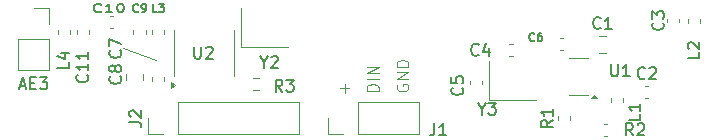
<source format=gbr>
%TF.GenerationSoftware,KiCad,Pcbnew,8.0.0-1.fc39*%
%TF.CreationDate,2024-05-22T19:24:41+02:00*%
%TF.ProjectId,radio433,72616469-6f34-4333-932e-6b696361645f,rev?*%
%TF.SameCoordinates,Original*%
%TF.FileFunction,Legend,Top*%
%TF.FilePolarity,Positive*%
%FSLAX46Y46*%
G04 Gerber Fmt 4.6, Leading zero omitted, Abs format (unit mm)*
G04 Created by KiCad (PCBNEW 8.0.0-1.fc39) date 2024-05-22 19:24:41*
%MOMM*%
%LPD*%
G01*
G04 APERTURE LIST*
%ADD10C,0.100000*%
%ADD11C,0.150000*%
%ADD12C,0.120000*%
G04 APERTURE END LIST*
D10*
X207400000Y-97600000D02*
X210200000Y-98600000D01*
X230610038Y-100672306D02*
X230562419Y-100767544D01*
X230562419Y-100767544D02*
X230562419Y-100910401D01*
X230562419Y-100910401D02*
X230610038Y-101053258D01*
X230610038Y-101053258D02*
X230705276Y-101148496D01*
X230705276Y-101148496D02*
X230800514Y-101196115D01*
X230800514Y-101196115D02*
X230990990Y-101243734D01*
X230990990Y-101243734D02*
X231133847Y-101243734D01*
X231133847Y-101243734D02*
X231324323Y-101196115D01*
X231324323Y-101196115D02*
X231419561Y-101148496D01*
X231419561Y-101148496D02*
X231514800Y-101053258D01*
X231514800Y-101053258D02*
X231562419Y-100910401D01*
X231562419Y-100910401D02*
X231562419Y-100815163D01*
X231562419Y-100815163D02*
X231514800Y-100672306D01*
X231514800Y-100672306D02*
X231467180Y-100624687D01*
X231467180Y-100624687D02*
X231133847Y-100624687D01*
X231133847Y-100624687D02*
X231133847Y-100815163D01*
X231562419Y-100196115D02*
X230562419Y-100196115D01*
X230562419Y-100196115D02*
X231562419Y-99624687D01*
X231562419Y-99624687D02*
X230562419Y-99624687D01*
X231562419Y-99148496D02*
X230562419Y-99148496D01*
X230562419Y-99148496D02*
X230562419Y-98910401D01*
X230562419Y-98910401D02*
X230610038Y-98767544D01*
X230610038Y-98767544D02*
X230705276Y-98672306D01*
X230705276Y-98672306D02*
X230800514Y-98624687D01*
X230800514Y-98624687D02*
X230990990Y-98577068D01*
X230990990Y-98577068D02*
X231133847Y-98577068D01*
X231133847Y-98577068D02*
X231324323Y-98624687D01*
X231324323Y-98624687D02*
X231419561Y-98672306D01*
X231419561Y-98672306D02*
X231514800Y-98767544D01*
X231514800Y-98767544D02*
X231562419Y-98910401D01*
X231562419Y-98910401D02*
X231562419Y-99148496D01*
X229042419Y-101196115D02*
X228042419Y-101196115D01*
X228042419Y-101196115D02*
X228042419Y-100958020D01*
X228042419Y-100958020D02*
X228090038Y-100815163D01*
X228090038Y-100815163D02*
X228185276Y-100719925D01*
X228185276Y-100719925D02*
X228280514Y-100672306D01*
X228280514Y-100672306D02*
X228470990Y-100624687D01*
X228470990Y-100624687D02*
X228613847Y-100624687D01*
X228613847Y-100624687D02*
X228804323Y-100672306D01*
X228804323Y-100672306D02*
X228899561Y-100719925D01*
X228899561Y-100719925D02*
X228994800Y-100815163D01*
X228994800Y-100815163D02*
X229042419Y-100958020D01*
X229042419Y-100958020D02*
X229042419Y-101196115D01*
X229042419Y-100196115D02*
X228042419Y-100196115D01*
X229042419Y-99719925D02*
X228042419Y-99719925D01*
X228042419Y-99719925D02*
X229042419Y-99148497D01*
X229042419Y-99148497D02*
X228042419Y-99148497D01*
X225803884Y-100991466D02*
X226565789Y-100991466D01*
X226184836Y-101372419D02*
X226184836Y-100610514D01*
D11*
X219323809Y-98778628D02*
X219323809Y-99254819D01*
X218990476Y-98254819D02*
X219323809Y-98778628D01*
X219323809Y-98778628D02*
X219657142Y-98254819D01*
X219942857Y-98350057D02*
X219990476Y-98302438D01*
X219990476Y-98302438D02*
X220085714Y-98254819D01*
X220085714Y-98254819D02*
X220323809Y-98254819D01*
X220323809Y-98254819D02*
X220419047Y-98302438D01*
X220419047Y-98302438D02*
X220466666Y-98350057D01*
X220466666Y-98350057D02*
X220514285Y-98445295D01*
X220514285Y-98445295D02*
X220514285Y-98540533D01*
X220514285Y-98540533D02*
X220466666Y-98683390D01*
X220466666Y-98683390D02*
X219895238Y-99254819D01*
X219895238Y-99254819D02*
X220514285Y-99254819D01*
X198658333Y-100769104D02*
X199134523Y-100769104D01*
X198563095Y-101054819D02*
X198896428Y-100054819D01*
X198896428Y-100054819D02*
X199229761Y-101054819D01*
X199563095Y-100531009D02*
X199896428Y-100531009D01*
X200039285Y-101054819D02*
X199563095Y-101054819D01*
X199563095Y-101054819D02*
X199563095Y-100054819D01*
X199563095Y-100054819D02*
X200039285Y-100054819D01*
X200372619Y-100054819D02*
X200991666Y-100054819D01*
X200991666Y-100054819D02*
X200658333Y-100435771D01*
X200658333Y-100435771D02*
X200801190Y-100435771D01*
X200801190Y-100435771D02*
X200896428Y-100483390D01*
X200896428Y-100483390D02*
X200944047Y-100531009D01*
X200944047Y-100531009D02*
X200991666Y-100626247D01*
X200991666Y-100626247D02*
X200991666Y-100864342D01*
X200991666Y-100864342D02*
X200944047Y-100959580D01*
X200944047Y-100959580D02*
X200896428Y-101007200D01*
X200896428Y-101007200D02*
X200801190Y-101054819D01*
X200801190Y-101054819D02*
X200515476Y-101054819D01*
X200515476Y-101054819D02*
X200420238Y-101007200D01*
X200420238Y-101007200D02*
X200372619Y-100959580D01*
X213438095Y-97454819D02*
X213438095Y-98264342D01*
X213438095Y-98264342D02*
X213485714Y-98359580D01*
X213485714Y-98359580D02*
X213533333Y-98407200D01*
X213533333Y-98407200D02*
X213628571Y-98454819D01*
X213628571Y-98454819D02*
X213819047Y-98454819D01*
X213819047Y-98454819D02*
X213914285Y-98407200D01*
X213914285Y-98407200D02*
X213961904Y-98359580D01*
X213961904Y-98359580D02*
X214009523Y-98264342D01*
X214009523Y-98264342D02*
X214009523Y-97454819D01*
X214438095Y-97550057D02*
X214485714Y-97502438D01*
X214485714Y-97502438D02*
X214580952Y-97454819D01*
X214580952Y-97454819D02*
X214819047Y-97454819D01*
X214819047Y-97454819D02*
X214914285Y-97502438D01*
X214914285Y-97502438D02*
X214961904Y-97550057D01*
X214961904Y-97550057D02*
X215009523Y-97645295D01*
X215009523Y-97645295D02*
X215009523Y-97740533D01*
X215009523Y-97740533D02*
X214961904Y-97883390D01*
X214961904Y-97883390D02*
X214390476Y-98454819D01*
X214390476Y-98454819D02*
X215009523Y-98454819D01*
X220898333Y-101254819D02*
X220565000Y-100778628D01*
X220326905Y-101254819D02*
X220326905Y-100254819D01*
X220326905Y-100254819D02*
X220707857Y-100254819D01*
X220707857Y-100254819D02*
X220803095Y-100302438D01*
X220803095Y-100302438D02*
X220850714Y-100350057D01*
X220850714Y-100350057D02*
X220898333Y-100445295D01*
X220898333Y-100445295D02*
X220898333Y-100588152D01*
X220898333Y-100588152D02*
X220850714Y-100683390D01*
X220850714Y-100683390D02*
X220803095Y-100731009D01*
X220803095Y-100731009D02*
X220707857Y-100778628D01*
X220707857Y-100778628D02*
X220326905Y-100778628D01*
X221231667Y-100254819D02*
X221850714Y-100254819D01*
X221850714Y-100254819D02*
X221517381Y-100635771D01*
X221517381Y-100635771D02*
X221660238Y-100635771D01*
X221660238Y-100635771D02*
X221755476Y-100683390D01*
X221755476Y-100683390D02*
X221803095Y-100731009D01*
X221803095Y-100731009D02*
X221850714Y-100826247D01*
X221850714Y-100826247D02*
X221850714Y-101064342D01*
X221850714Y-101064342D02*
X221803095Y-101159580D01*
X221803095Y-101159580D02*
X221755476Y-101207200D01*
X221755476Y-101207200D02*
X221660238Y-101254819D01*
X221660238Y-101254819D02*
X221374524Y-101254819D01*
X221374524Y-101254819D02*
X221279286Y-101207200D01*
X221279286Y-101207200D02*
X221231667Y-101159580D01*
X202854819Y-98766666D02*
X202854819Y-99242856D01*
X202854819Y-99242856D02*
X201854819Y-99242856D01*
X202188152Y-98004761D02*
X202854819Y-98004761D01*
X201807200Y-98242856D02*
X202521485Y-98480951D01*
X202521485Y-98480951D02*
X202521485Y-97861904D01*
X210283333Y-94516033D02*
X209949999Y-94516033D01*
X209949999Y-94516033D02*
X209949999Y-93816033D01*
X210450000Y-93816033D02*
X210883333Y-93816033D01*
X210883333Y-93816033D02*
X210650000Y-94082700D01*
X210650000Y-94082700D02*
X210750000Y-94082700D01*
X210750000Y-94082700D02*
X210816666Y-94116033D01*
X210816666Y-94116033D02*
X210850000Y-94149366D01*
X210850000Y-94149366D02*
X210883333Y-94216033D01*
X210883333Y-94216033D02*
X210883333Y-94382700D01*
X210883333Y-94382700D02*
X210850000Y-94449366D01*
X210850000Y-94449366D02*
X210816666Y-94482700D01*
X210816666Y-94482700D02*
X210750000Y-94516033D01*
X210750000Y-94516033D02*
X210550000Y-94516033D01*
X210550000Y-94516033D02*
X210483333Y-94482700D01*
X210483333Y-94482700D02*
X210450000Y-94449366D01*
X207944819Y-103833333D02*
X208659104Y-103833333D01*
X208659104Y-103833333D02*
X208801961Y-103880952D01*
X208801961Y-103880952D02*
X208897200Y-103976190D01*
X208897200Y-103976190D02*
X208944819Y-104119047D01*
X208944819Y-104119047D02*
X208944819Y-104214285D01*
X208040057Y-103404761D02*
X207992438Y-103357142D01*
X207992438Y-103357142D02*
X207944819Y-103261904D01*
X207944819Y-103261904D02*
X207944819Y-103023809D01*
X207944819Y-103023809D02*
X207992438Y-102928571D01*
X207992438Y-102928571D02*
X208040057Y-102880952D01*
X208040057Y-102880952D02*
X208135295Y-102833333D01*
X208135295Y-102833333D02*
X208230533Y-102833333D01*
X208230533Y-102833333D02*
X208373390Y-102880952D01*
X208373390Y-102880952D02*
X208944819Y-103452380D01*
X208944819Y-103452380D02*
X208944819Y-102833333D01*
X204359580Y-99842857D02*
X204407200Y-99890476D01*
X204407200Y-99890476D02*
X204454819Y-100033333D01*
X204454819Y-100033333D02*
X204454819Y-100128571D01*
X204454819Y-100128571D02*
X204407200Y-100271428D01*
X204407200Y-100271428D02*
X204311961Y-100366666D01*
X204311961Y-100366666D02*
X204216723Y-100414285D01*
X204216723Y-100414285D02*
X204026247Y-100461904D01*
X204026247Y-100461904D02*
X203883390Y-100461904D01*
X203883390Y-100461904D02*
X203692914Y-100414285D01*
X203692914Y-100414285D02*
X203597676Y-100366666D01*
X203597676Y-100366666D02*
X203502438Y-100271428D01*
X203502438Y-100271428D02*
X203454819Y-100128571D01*
X203454819Y-100128571D02*
X203454819Y-100033333D01*
X203454819Y-100033333D02*
X203502438Y-99890476D01*
X203502438Y-99890476D02*
X203550057Y-99842857D01*
X204454819Y-98890476D02*
X204454819Y-99461904D01*
X204454819Y-99176190D02*
X203454819Y-99176190D01*
X203454819Y-99176190D02*
X203597676Y-99271428D01*
X203597676Y-99271428D02*
X203692914Y-99366666D01*
X203692914Y-99366666D02*
X203740533Y-99461904D01*
X204454819Y-97938095D02*
X204454819Y-98509523D01*
X204454819Y-98223809D02*
X203454819Y-98223809D01*
X203454819Y-98223809D02*
X203597676Y-98319047D01*
X203597676Y-98319047D02*
X203692914Y-98414285D01*
X203692914Y-98414285D02*
X203740533Y-98509523D01*
X205557142Y-94449366D02*
X205509523Y-94482700D01*
X205509523Y-94482700D02*
X205366666Y-94516033D01*
X205366666Y-94516033D02*
X205271428Y-94516033D01*
X205271428Y-94516033D02*
X205128571Y-94482700D01*
X205128571Y-94482700D02*
X205033333Y-94416033D01*
X205033333Y-94416033D02*
X204985714Y-94349366D01*
X204985714Y-94349366D02*
X204938095Y-94216033D01*
X204938095Y-94216033D02*
X204938095Y-94116033D01*
X204938095Y-94116033D02*
X204985714Y-93982700D01*
X204985714Y-93982700D02*
X205033333Y-93916033D01*
X205033333Y-93916033D02*
X205128571Y-93849366D01*
X205128571Y-93849366D02*
X205271428Y-93816033D01*
X205271428Y-93816033D02*
X205366666Y-93816033D01*
X205366666Y-93816033D02*
X205509523Y-93849366D01*
X205509523Y-93849366D02*
X205557142Y-93882700D01*
X206509523Y-94516033D02*
X205938095Y-94516033D01*
X206223809Y-94516033D02*
X206223809Y-93816033D01*
X206223809Y-93816033D02*
X206128571Y-93916033D01*
X206128571Y-93916033D02*
X206033333Y-93982700D01*
X206033333Y-93982700D02*
X205938095Y-94016033D01*
X207128571Y-93816033D02*
X207223809Y-93816033D01*
X207223809Y-93816033D02*
X207319047Y-93849366D01*
X207319047Y-93849366D02*
X207366666Y-93882700D01*
X207366666Y-93882700D02*
X207414285Y-93949366D01*
X207414285Y-93949366D02*
X207461904Y-94082700D01*
X207461904Y-94082700D02*
X207461904Y-94249366D01*
X207461904Y-94249366D02*
X207414285Y-94382700D01*
X207414285Y-94382700D02*
X207366666Y-94449366D01*
X207366666Y-94449366D02*
X207319047Y-94482700D01*
X207319047Y-94482700D02*
X207223809Y-94516033D01*
X207223809Y-94516033D02*
X207128571Y-94516033D01*
X207128571Y-94516033D02*
X207033333Y-94482700D01*
X207033333Y-94482700D02*
X206985714Y-94449366D01*
X206985714Y-94449366D02*
X206938095Y-94382700D01*
X206938095Y-94382700D02*
X206890476Y-94249366D01*
X206890476Y-94249366D02*
X206890476Y-94082700D01*
X206890476Y-94082700D02*
X206938095Y-93949366D01*
X206938095Y-93949366D02*
X206985714Y-93882700D01*
X206985714Y-93882700D02*
X207033333Y-93849366D01*
X207033333Y-93849366D02*
X207128571Y-93816033D01*
X208683334Y-94449365D02*
X208650001Y-94482699D01*
X208650001Y-94482699D02*
X208550001Y-94516032D01*
X208550001Y-94516032D02*
X208483334Y-94516032D01*
X208483334Y-94516032D02*
X208383334Y-94482699D01*
X208383334Y-94482699D02*
X208316668Y-94416032D01*
X208316668Y-94416032D02*
X208283334Y-94349365D01*
X208283334Y-94349365D02*
X208250001Y-94216032D01*
X208250001Y-94216032D02*
X208250001Y-94116032D01*
X208250001Y-94116032D02*
X208283334Y-93982699D01*
X208283334Y-93982699D02*
X208316668Y-93916032D01*
X208316668Y-93916032D02*
X208383334Y-93849365D01*
X208383334Y-93849365D02*
X208483334Y-93816032D01*
X208483334Y-93816032D02*
X208550001Y-93816032D01*
X208550001Y-93816032D02*
X208650001Y-93849365D01*
X208650001Y-93849365D02*
X208683334Y-93882699D01*
X209016668Y-94516032D02*
X209150001Y-94516032D01*
X209150001Y-94516032D02*
X209216668Y-94482699D01*
X209216668Y-94482699D02*
X209250001Y-94449365D01*
X209250001Y-94449365D02*
X209316668Y-94349365D01*
X209316668Y-94349365D02*
X209350001Y-94216032D01*
X209350001Y-94216032D02*
X209350001Y-93949365D01*
X209350001Y-93949365D02*
X209316668Y-93882699D01*
X209316668Y-93882699D02*
X209283334Y-93849365D01*
X209283334Y-93849365D02*
X209216668Y-93816032D01*
X209216668Y-93816032D02*
X209083334Y-93816032D01*
X209083334Y-93816032D02*
X209016668Y-93849365D01*
X209016668Y-93849365D02*
X208983334Y-93882699D01*
X208983334Y-93882699D02*
X208950001Y-93949365D01*
X208950001Y-93949365D02*
X208950001Y-94116032D01*
X208950001Y-94116032D02*
X208983334Y-94182699D01*
X208983334Y-94182699D02*
X209016668Y-94216032D01*
X209016668Y-94216032D02*
X209083334Y-94249365D01*
X209083334Y-94249365D02*
X209216668Y-94249365D01*
X209216668Y-94249365D02*
X209283334Y-94216032D01*
X209283334Y-94216032D02*
X209316668Y-94182699D01*
X209316668Y-94182699D02*
X209350001Y-94116032D01*
X207159580Y-99966666D02*
X207207200Y-100014285D01*
X207207200Y-100014285D02*
X207254819Y-100157142D01*
X207254819Y-100157142D02*
X207254819Y-100252380D01*
X207254819Y-100252380D02*
X207207200Y-100395237D01*
X207207200Y-100395237D02*
X207111961Y-100490475D01*
X207111961Y-100490475D02*
X207016723Y-100538094D01*
X207016723Y-100538094D02*
X206826247Y-100585713D01*
X206826247Y-100585713D02*
X206683390Y-100585713D01*
X206683390Y-100585713D02*
X206492914Y-100538094D01*
X206492914Y-100538094D02*
X206397676Y-100490475D01*
X206397676Y-100490475D02*
X206302438Y-100395237D01*
X206302438Y-100395237D02*
X206254819Y-100252380D01*
X206254819Y-100252380D02*
X206254819Y-100157142D01*
X206254819Y-100157142D02*
X206302438Y-100014285D01*
X206302438Y-100014285D02*
X206350057Y-99966666D01*
X206683390Y-99395237D02*
X206635771Y-99490475D01*
X206635771Y-99490475D02*
X206588152Y-99538094D01*
X206588152Y-99538094D02*
X206492914Y-99585713D01*
X206492914Y-99585713D02*
X206445295Y-99585713D01*
X206445295Y-99585713D02*
X206350057Y-99538094D01*
X206350057Y-99538094D02*
X206302438Y-99490475D01*
X206302438Y-99490475D02*
X206254819Y-99395237D01*
X206254819Y-99395237D02*
X206254819Y-99204761D01*
X206254819Y-99204761D02*
X206302438Y-99109523D01*
X206302438Y-99109523D02*
X206350057Y-99061904D01*
X206350057Y-99061904D02*
X206445295Y-99014285D01*
X206445295Y-99014285D02*
X206492914Y-99014285D01*
X206492914Y-99014285D02*
X206588152Y-99061904D01*
X206588152Y-99061904D02*
X206635771Y-99109523D01*
X206635771Y-99109523D02*
X206683390Y-99204761D01*
X206683390Y-99204761D02*
X206683390Y-99395237D01*
X206683390Y-99395237D02*
X206731009Y-99490475D01*
X206731009Y-99490475D02*
X206778628Y-99538094D01*
X206778628Y-99538094D02*
X206873866Y-99585713D01*
X206873866Y-99585713D02*
X207064342Y-99585713D01*
X207064342Y-99585713D02*
X207159580Y-99538094D01*
X207159580Y-99538094D02*
X207207200Y-99490475D01*
X207207200Y-99490475D02*
X207254819Y-99395237D01*
X207254819Y-99395237D02*
X207254819Y-99204761D01*
X207254819Y-99204761D02*
X207207200Y-99109523D01*
X207207200Y-99109523D02*
X207159580Y-99061904D01*
X207159580Y-99061904D02*
X207064342Y-99014285D01*
X207064342Y-99014285D02*
X206873866Y-99014285D01*
X206873866Y-99014285D02*
X206778628Y-99061904D01*
X206778628Y-99061904D02*
X206731009Y-99109523D01*
X206731009Y-99109523D02*
X206683390Y-99204761D01*
X207159580Y-97766666D02*
X207207200Y-97814285D01*
X207207200Y-97814285D02*
X207254819Y-97957142D01*
X207254819Y-97957142D02*
X207254819Y-98052380D01*
X207254819Y-98052380D02*
X207207200Y-98195237D01*
X207207200Y-98195237D02*
X207111961Y-98290475D01*
X207111961Y-98290475D02*
X207016723Y-98338094D01*
X207016723Y-98338094D02*
X206826247Y-98385713D01*
X206826247Y-98385713D02*
X206683390Y-98385713D01*
X206683390Y-98385713D02*
X206492914Y-98338094D01*
X206492914Y-98338094D02*
X206397676Y-98290475D01*
X206397676Y-98290475D02*
X206302438Y-98195237D01*
X206302438Y-98195237D02*
X206254819Y-98052380D01*
X206254819Y-98052380D02*
X206254819Y-97957142D01*
X206254819Y-97957142D02*
X206302438Y-97814285D01*
X206302438Y-97814285D02*
X206350057Y-97766666D01*
X206254819Y-97433332D02*
X206254819Y-96766666D01*
X206254819Y-96766666D02*
X207254819Y-97195237D01*
X253109580Y-95416666D02*
X253157200Y-95464285D01*
X253157200Y-95464285D02*
X253204819Y-95607142D01*
X253204819Y-95607142D02*
X253204819Y-95702380D01*
X253204819Y-95702380D02*
X253157200Y-95845237D01*
X253157200Y-95845237D02*
X253061961Y-95940475D01*
X253061961Y-95940475D02*
X252966723Y-95988094D01*
X252966723Y-95988094D02*
X252776247Y-96035713D01*
X252776247Y-96035713D02*
X252633390Y-96035713D01*
X252633390Y-96035713D02*
X252442914Y-95988094D01*
X252442914Y-95988094D02*
X252347676Y-95940475D01*
X252347676Y-95940475D02*
X252252438Y-95845237D01*
X252252438Y-95845237D02*
X252204819Y-95702380D01*
X252204819Y-95702380D02*
X252204819Y-95607142D01*
X252204819Y-95607142D02*
X252252438Y-95464285D01*
X252252438Y-95464285D02*
X252300057Y-95416666D01*
X252204819Y-95083332D02*
X252204819Y-94464285D01*
X252204819Y-94464285D02*
X252585771Y-94797618D01*
X252585771Y-94797618D02*
X252585771Y-94654761D01*
X252585771Y-94654761D02*
X252633390Y-94559523D01*
X252633390Y-94559523D02*
X252681009Y-94511904D01*
X252681009Y-94511904D02*
X252776247Y-94464285D01*
X252776247Y-94464285D02*
X253014342Y-94464285D01*
X253014342Y-94464285D02*
X253109580Y-94511904D01*
X253109580Y-94511904D02*
X253157200Y-94559523D01*
X253157200Y-94559523D02*
X253204819Y-94654761D01*
X253204819Y-94654761D02*
X253204819Y-94940475D01*
X253204819Y-94940475D02*
X253157200Y-95035713D01*
X253157200Y-95035713D02*
X253109580Y-95083332D01*
X237773809Y-102728628D02*
X237773809Y-103204819D01*
X237440476Y-102204819D02*
X237773809Y-102728628D01*
X237773809Y-102728628D02*
X238107142Y-102204819D01*
X238345238Y-102204819D02*
X238964285Y-102204819D01*
X238964285Y-102204819D02*
X238630952Y-102585771D01*
X238630952Y-102585771D02*
X238773809Y-102585771D01*
X238773809Y-102585771D02*
X238869047Y-102633390D01*
X238869047Y-102633390D02*
X238916666Y-102681009D01*
X238916666Y-102681009D02*
X238964285Y-102776247D01*
X238964285Y-102776247D02*
X238964285Y-103014342D01*
X238964285Y-103014342D02*
X238916666Y-103109580D01*
X238916666Y-103109580D02*
X238869047Y-103157200D01*
X238869047Y-103157200D02*
X238773809Y-103204819D01*
X238773809Y-103204819D02*
X238488095Y-103204819D01*
X238488095Y-103204819D02*
X238392857Y-103157200D01*
X238392857Y-103157200D02*
X238345238Y-103109580D01*
X242233333Y-96919366D02*
X242200000Y-96952700D01*
X242200000Y-96952700D02*
X242100000Y-96986033D01*
X242100000Y-96986033D02*
X242033333Y-96986033D01*
X242033333Y-96986033D02*
X241933333Y-96952700D01*
X241933333Y-96952700D02*
X241866667Y-96886033D01*
X241866667Y-96886033D02*
X241833333Y-96819366D01*
X241833333Y-96819366D02*
X241800000Y-96686033D01*
X241800000Y-96686033D02*
X241800000Y-96586033D01*
X241800000Y-96586033D02*
X241833333Y-96452700D01*
X241833333Y-96452700D02*
X241866667Y-96386033D01*
X241866667Y-96386033D02*
X241933333Y-96319366D01*
X241933333Y-96319366D02*
X242033333Y-96286033D01*
X242033333Y-96286033D02*
X242100000Y-96286033D01*
X242100000Y-96286033D02*
X242200000Y-96319366D01*
X242200000Y-96319366D02*
X242233333Y-96352700D01*
X242833333Y-96286033D02*
X242700000Y-96286033D01*
X242700000Y-96286033D02*
X242633333Y-96319366D01*
X242633333Y-96319366D02*
X242600000Y-96352700D01*
X242600000Y-96352700D02*
X242533333Y-96452700D01*
X242533333Y-96452700D02*
X242500000Y-96586033D01*
X242500000Y-96586033D02*
X242500000Y-96852700D01*
X242500000Y-96852700D02*
X242533333Y-96919366D01*
X242533333Y-96919366D02*
X242566667Y-96952700D01*
X242566667Y-96952700D02*
X242633333Y-96986033D01*
X242633333Y-96986033D02*
X242766667Y-96986033D01*
X242766667Y-96986033D02*
X242833333Y-96952700D01*
X242833333Y-96952700D02*
X242866667Y-96919366D01*
X242866667Y-96919366D02*
X242900000Y-96852700D01*
X242900000Y-96852700D02*
X242900000Y-96686033D01*
X242900000Y-96686033D02*
X242866667Y-96619366D01*
X242866667Y-96619366D02*
X242833333Y-96586033D01*
X242833333Y-96586033D02*
X242766667Y-96552700D01*
X242766667Y-96552700D02*
X242633333Y-96552700D01*
X242633333Y-96552700D02*
X242566667Y-96586033D01*
X242566667Y-96586033D02*
X242533333Y-96619366D01*
X242533333Y-96619366D02*
X242500000Y-96686033D01*
X237503333Y-98119580D02*
X237455714Y-98167200D01*
X237455714Y-98167200D02*
X237312857Y-98214819D01*
X237312857Y-98214819D02*
X237217619Y-98214819D01*
X237217619Y-98214819D02*
X237074762Y-98167200D01*
X237074762Y-98167200D02*
X236979524Y-98071961D01*
X236979524Y-98071961D02*
X236931905Y-97976723D01*
X236931905Y-97976723D02*
X236884286Y-97786247D01*
X236884286Y-97786247D02*
X236884286Y-97643390D01*
X236884286Y-97643390D02*
X236931905Y-97452914D01*
X236931905Y-97452914D02*
X236979524Y-97357676D01*
X236979524Y-97357676D02*
X237074762Y-97262438D01*
X237074762Y-97262438D02*
X237217619Y-97214819D01*
X237217619Y-97214819D02*
X237312857Y-97214819D01*
X237312857Y-97214819D02*
X237455714Y-97262438D01*
X237455714Y-97262438D02*
X237503333Y-97310057D01*
X238360476Y-97548152D02*
X238360476Y-98214819D01*
X238122381Y-97167200D02*
X237884286Y-97881485D01*
X237884286Y-97881485D02*
X238503333Y-97881485D01*
X256204819Y-97916666D02*
X256204819Y-98392856D01*
X256204819Y-98392856D02*
X255204819Y-98392856D01*
X255300057Y-97630951D02*
X255252438Y-97583332D01*
X255252438Y-97583332D02*
X255204819Y-97488094D01*
X255204819Y-97488094D02*
X255204819Y-97249999D01*
X255204819Y-97249999D02*
X255252438Y-97154761D01*
X255252438Y-97154761D02*
X255300057Y-97107142D01*
X255300057Y-97107142D02*
X255395295Y-97059523D01*
X255395295Y-97059523D02*
X255490533Y-97059523D01*
X255490533Y-97059523D02*
X255633390Y-97107142D01*
X255633390Y-97107142D02*
X256204819Y-97678570D01*
X256204819Y-97678570D02*
X256204819Y-97059523D01*
X233766666Y-103954819D02*
X233766666Y-104669104D01*
X233766666Y-104669104D02*
X233719047Y-104811961D01*
X233719047Y-104811961D02*
X233623809Y-104907200D01*
X233623809Y-104907200D02*
X233480952Y-104954819D01*
X233480952Y-104954819D02*
X233385714Y-104954819D01*
X234766666Y-104954819D02*
X234195238Y-104954819D01*
X234480952Y-104954819D02*
X234480952Y-103954819D01*
X234480952Y-103954819D02*
X234385714Y-104097676D01*
X234385714Y-104097676D02*
X234290476Y-104192914D01*
X234290476Y-104192914D02*
X234195238Y-104240533D01*
X248738095Y-98954819D02*
X248738095Y-99764342D01*
X248738095Y-99764342D02*
X248785714Y-99859580D01*
X248785714Y-99859580D02*
X248833333Y-99907200D01*
X248833333Y-99907200D02*
X248928571Y-99954819D01*
X248928571Y-99954819D02*
X249119047Y-99954819D01*
X249119047Y-99954819D02*
X249214285Y-99907200D01*
X249214285Y-99907200D02*
X249261904Y-99859580D01*
X249261904Y-99859580D02*
X249309523Y-99764342D01*
X249309523Y-99764342D02*
X249309523Y-98954819D01*
X250309523Y-99954819D02*
X249738095Y-99954819D01*
X250023809Y-99954819D02*
X250023809Y-98954819D01*
X250023809Y-98954819D02*
X249928571Y-99097676D01*
X249928571Y-99097676D02*
X249833333Y-99192914D01*
X249833333Y-99192914D02*
X249738095Y-99240533D01*
X236109580Y-100916666D02*
X236157200Y-100964285D01*
X236157200Y-100964285D02*
X236204819Y-101107142D01*
X236204819Y-101107142D02*
X236204819Y-101202380D01*
X236204819Y-101202380D02*
X236157200Y-101345237D01*
X236157200Y-101345237D02*
X236061961Y-101440475D01*
X236061961Y-101440475D02*
X235966723Y-101488094D01*
X235966723Y-101488094D02*
X235776247Y-101535713D01*
X235776247Y-101535713D02*
X235633390Y-101535713D01*
X235633390Y-101535713D02*
X235442914Y-101488094D01*
X235442914Y-101488094D02*
X235347676Y-101440475D01*
X235347676Y-101440475D02*
X235252438Y-101345237D01*
X235252438Y-101345237D02*
X235204819Y-101202380D01*
X235204819Y-101202380D02*
X235204819Y-101107142D01*
X235204819Y-101107142D02*
X235252438Y-100964285D01*
X235252438Y-100964285D02*
X235300057Y-100916666D01*
X235204819Y-100011904D02*
X235204819Y-100488094D01*
X235204819Y-100488094D02*
X235681009Y-100535713D01*
X235681009Y-100535713D02*
X235633390Y-100488094D01*
X235633390Y-100488094D02*
X235585771Y-100392856D01*
X235585771Y-100392856D02*
X235585771Y-100154761D01*
X235585771Y-100154761D02*
X235633390Y-100059523D01*
X235633390Y-100059523D02*
X235681009Y-100011904D01*
X235681009Y-100011904D02*
X235776247Y-99964285D01*
X235776247Y-99964285D02*
X236014342Y-99964285D01*
X236014342Y-99964285D02*
X236109580Y-100011904D01*
X236109580Y-100011904D02*
X236157200Y-100059523D01*
X236157200Y-100059523D02*
X236204819Y-100154761D01*
X236204819Y-100154761D02*
X236204819Y-100392856D01*
X236204819Y-100392856D02*
X236157200Y-100488094D01*
X236157200Y-100488094D02*
X236109580Y-100535713D01*
X250583333Y-104954819D02*
X250250000Y-104478628D01*
X250011905Y-104954819D02*
X250011905Y-103954819D01*
X250011905Y-103954819D02*
X250392857Y-103954819D01*
X250392857Y-103954819D02*
X250488095Y-104002438D01*
X250488095Y-104002438D02*
X250535714Y-104050057D01*
X250535714Y-104050057D02*
X250583333Y-104145295D01*
X250583333Y-104145295D02*
X250583333Y-104288152D01*
X250583333Y-104288152D02*
X250535714Y-104383390D01*
X250535714Y-104383390D02*
X250488095Y-104431009D01*
X250488095Y-104431009D02*
X250392857Y-104478628D01*
X250392857Y-104478628D02*
X250011905Y-104478628D01*
X250964286Y-104050057D02*
X251011905Y-104002438D01*
X251011905Y-104002438D02*
X251107143Y-103954819D01*
X251107143Y-103954819D02*
X251345238Y-103954819D01*
X251345238Y-103954819D02*
X251440476Y-104002438D01*
X251440476Y-104002438D02*
X251488095Y-104050057D01*
X251488095Y-104050057D02*
X251535714Y-104145295D01*
X251535714Y-104145295D02*
X251535714Y-104240533D01*
X251535714Y-104240533D02*
X251488095Y-104383390D01*
X251488095Y-104383390D02*
X250916667Y-104954819D01*
X250916667Y-104954819D02*
X251535714Y-104954819D01*
X251204819Y-103166666D02*
X251204819Y-103642856D01*
X251204819Y-103642856D02*
X250204819Y-103642856D01*
X251204819Y-102309523D02*
X251204819Y-102880951D01*
X251204819Y-102595237D02*
X250204819Y-102595237D01*
X250204819Y-102595237D02*
X250347676Y-102690475D01*
X250347676Y-102690475D02*
X250442914Y-102785713D01*
X250442914Y-102785713D02*
X250490533Y-102880951D01*
X251583333Y-100109580D02*
X251535714Y-100157200D01*
X251535714Y-100157200D02*
X251392857Y-100204819D01*
X251392857Y-100204819D02*
X251297619Y-100204819D01*
X251297619Y-100204819D02*
X251154762Y-100157200D01*
X251154762Y-100157200D02*
X251059524Y-100061961D01*
X251059524Y-100061961D02*
X251011905Y-99966723D01*
X251011905Y-99966723D02*
X250964286Y-99776247D01*
X250964286Y-99776247D02*
X250964286Y-99633390D01*
X250964286Y-99633390D02*
X251011905Y-99442914D01*
X251011905Y-99442914D02*
X251059524Y-99347676D01*
X251059524Y-99347676D02*
X251154762Y-99252438D01*
X251154762Y-99252438D02*
X251297619Y-99204819D01*
X251297619Y-99204819D02*
X251392857Y-99204819D01*
X251392857Y-99204819D02*
X251535714Y-99252438D01*
X251535714Y-99252438D02*
X251583333Y-99300057D01*
X251964286Y-99300057D02*
X252011905Y-99252438D01*
X252011905Y-99252438D02*
X252107143Y-99204819D01*
X252107143Y-99204819D02*
X252345238Y-99204819D01*
X252345238Y-99204819D02*
X252440476Y-99252438D01*
X252440476Y-99252438D02*
X252488095Y-99300057D01*
X252488095Y-99300057D02*
X252535714Y-99395295D01*
X252535714Y-99395295D02*
X252535714Y-99490533D01*
X252535714Y-99490533D02*
X252488095Y-99633390D01*
X252488095Y-99633390D02*
X251916667Y-100204819D01*
X251916667Y-100204819D02*
X252535714Y-100204819D01*
X243774819Y-103666666D02*
X243298628Y-103999999D01*
X243774819Y-104238094D02*
X242774819Y-104238094D01*
X242774819Y-104238094D02*
X242774819Y-103857142D01*
X242774819Y-103857142D02*
X242822438Y-103761904D01*
X242822438Y-103761904D02*
X242870057Y-103714285D01*
X242870057Y-103714285D02*
X242965295Y-103666666D01*
X242965295Y-103666666D02*
X243108152Y-103666666D01*
X243108152Y-103666666D02*
X243203390Y-103714285D01*
X243203390Y-103714285D02*
X243251009Y-103761904D01*
X243251009Y-103761904D02*
X243298628Y-103857142D01*
X243298628Y-103857142D02*
X243298628Y-104238094D01*
X243774819Y-102714285D02*
X243774819Y-103285713D01*
X243774819Y-102999999D02*
X242774819Y-102999999D01*
X242774819Y-102999999D02*
X242917676Y-103095237D01*
X242917676Y-103095237D02*
X243012914Y-103190475D01*
X243012914Y-103190475D02*
X243060533Y-103285713D01*
X247833333Y-95859580D02*
X247785714Y-95907200D01*
X247785714Y-95907200D02*
X247642857Y-95954819D01*
X247642857Y-95954819D02*
X247547619Y-95954819D01*
X247547619Y-95954819D02*
X247404762Y-95907200D01*
X247404762Y-95907200D02*
X247309524Y-95811961D01*
X247309524Y-95811961D02*
X247261905Y-95716723D01*
X247261905Y-95716723D02*
X247214286Y-95526247D01*
X247214286Y-95526247D02*
X247214286Y-95383390D01*
X247214286Y-95383390D02*
X247261905Y-95192914D01*
X247261905Y-95192914D02*
X247309524Y-95097676D01*
X247309524Y-95097676D02*
X247404762Y-95002438D01*
X247404762Y-95002438D02*
X247547619Y-94954819D01*
X247547619Y-94954819D02*
X247642857Y-94954819D01*
X247642857Y-94954819D02*
X247785714Y-95002438D01*
X247785714Y-95002438D02*
X247833333Y-95050057D01*
X248785714Y-95954819D02*
X248214286Y-95954819D01*
X248500000Y-95954819D02*
X248500000Y-94954819D01*
X248500000Y-94954819D02*
X248404762Y-95097676D01*
X248404762Y-95097676D02*
X248309524Y-95192914D01*
X248309524Y-95192914D02*
X248214286Y-95240533D01*
D12*
%TO.C,Y2*%
X217400000Y-94150000D02*
X217400000Y-97450000D01*
X217400000Y-97450000D02*
X221400000Y-97450000D01*
%TO.C,AE3*%
X198495000Y-96820000D02*
X198495000Y-99420000D01*
X198495000Y-96820000D02*
X201155000Y-96820000D01*
X198495000Y-99420000D02*
X201155000Y-99420000D01*
X199825000Y-94220000D02*
X201155000Y-94220000D01*
X201155000Y-94220000D02*
X201155000Y-95550000D01*
X201155000Y-96820000D02*
X201155000Y-99420000D01*
%TO.C,U2*%
X211705000Y-98000000D02*
X211705000Y-99950000D01*
X211705000Y-98000000D02*
X211705000Y-96050000D01*
X216825000Y-98000000D02*
X216825000Y-99950000D01*
X216825000Y-98000000D02*
X216825000Y-96050000D01*
X211800000Y-100700000D02*
X211470000Y-100940000D01*
X211470000Y-100460000D01*
X211800000Y-100700000D01*
G36*
X211800000Y-100700000D02*
G01*
X211470000Y-100940000D01*
X211470000Y-100460000D01*
X211800000Y-100700000D01*
G37*
%TO.C,R3*%
X218427742Y-100077500D02*
X218902258Y-100077500D01*
X218427742Y-101122500D02*
X218902258Y-101122500D01*
%TO.C,L4*%
X202922500Y-96037221D02*
X202922500Y-96362779D01*
X201902500Y-96037221D02*
X201902500Y-96362779D01*
%TO.C,L3*%
X210910000Y-96037221D02*
X210910000Y-96362779D01*
X209890000Y-96037221D02*
X209890000Y-96362779D01*
%TO.C,J2*%
X209490000Y-104830000D02*
X209490000Y-103500000D01*
X210820000Y-104830000D02*
X209490000Y-104830000D01*
X212090000Y-104830000D02*
X222310000Y-104830000D01*
X212090000Y-104830000D02*
X212090000Y-102170000D01*
X222310000Y-104830000D02*
X222310000Y-102170000D01*
X212090000Y-102170000D02*
X222310000Y-102170000D01*
%TO.C,C11*%
X204510000Y-96059420D02*
X204510000Y-96340580D01*
X203490000Y-96059420D02*
X203490000Y-96340580D01*
%TO.C,C10*%
X206284420Y-94890000D02*
X206565580Y-94890000D01*
X206284420Y-95910000D02*
X206565580Y-95910000D01*
%TO.C,C9*%
X209310000Y-96059420D02*
X209310000Y-96340580D01*
X208290000Y-96059420D02*
X208290000Y-96340580D01*
%TO.C,C8*%
X207665000Y-100261252D02*
X207665000Y-99738748D01*
X209135000Y-100261252D02*
X209135000Y-99738748D01*
%TO.C,C7*%
X210910000Y-100059420D02*
X210910000Y-100340580D01*
X209890000Y-100059420D02*
X209890000Y-100340580D01*
%TO.C,C3*%
X253490000Y-95109420D02*
X253490000Y-95390580D01*
X254510000Y-95109420D02*
X254510000Y-95390580D01*
%TO.C,Y3*%
X238350000Y-98700000D02*
X238350000Y-102000000D01*
X238350000Y-102000000D02*
X242350000Y-102000000D01*
%TO.C,C6*%
X244640580Y-96740000D02*
X244359420Y-96740000D01*
X244640580Y-97760000D02*
X244359420Y-97760000D01*
%TO.C,C4*%
X240109420Y-97240000D02*
X240390580Y-97240000D01*
X240109420Y-98260000D02*
X240390580Y-98260000D01*
%TO.C,L2*%
X255240000Y-95412779D02*
X255240000Y-95087221D01*
X256260000Y-95412779D02*
X256260000Y-95087221D01*
%TO.C,J1*%
X224730000Y-104830000D02*
X224730000Y-103500000D01*
X226060000Y-104830000D02*
X224730000Y-104830000D01*
X227330000Y-102170000D02*
X232470000Y-102170000D01*
X227330000Y-104830000D02*
X227330000Y-102170000D01*
X227330000Y-104830000D02*
X232470000Y-104830000D01*
X232470000Y-104830000D02*
X232470000Y-102170000D01*
%TO.C,U1*%
X246000000Y-98440000D02*
X245200000Y-98440000D01*
X246000000Y-98440000D02*
X246800000Y-98440000D01*
X246000000Y-101560000D02*
X245200000Y-101560000D01*
X246000000Y-101560000D02*
X246800000Y-101560000D01*
X247540000Y-101840000D02*
X247060000Y-101840000D01*
X247300000Y-101510000D01*
X247540000Y-101840000D01*
G36*
X247540000Y-101840000D02*
G01*
X247060000Y-101840000D01*
X247300000Y-101510000D01*
X247540000Y-101840000D01*
G37*
%TO.C,C5*%
X236740000Y-100359420D02*
X236740000Y-100640580D01*
X237760000Y-100359420D02*
X237760000Y-100640580D01*
%TO.C,R2*%
X248087221Y-103990000D02*
X248412779Y-103990000D01*
X248087221Y-105010000D02*
X248412779Y-105010000D01*
%TO.C,L1*%
X248702500Y-102162779D02*
X248702500Y-101837221D01*
X249722500Y-102162779D02*
X249722500Y-101837221D01*
%TO.C,C2*%
X251609420Y-100740000D02*
X251890580Y-100740000D01*
X251609420Y-101760000D02*
X251890580Y-101760000D01*
%TO.C,R1*%
X244240000Y-103662779D02*
X244240000Y-103337221D01*
X245260000Y-103662779D02*
X245260000Y-103337221D01*
%TO.C,C1*%
X248261252Y-96515000D02*
X247738748Y-96515000D01*
X248261252Y-97985000D02*
X247738748Y-97985000D01*
%TD*%
M02*

</source>
